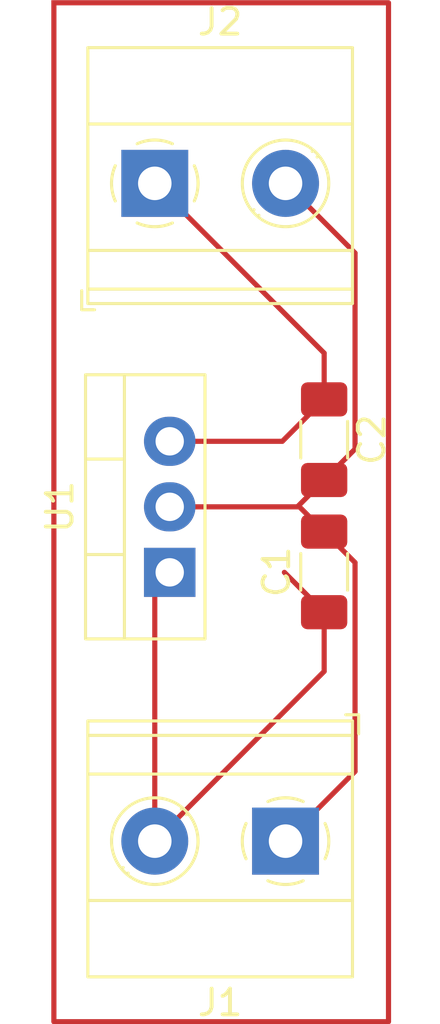
<source format=kicad_pcb>
(kicad_pcb (version 20240108) (generator "pcbnew") (generator_version "8.0")
  (layers (0 "F.Cu" signal) (31 "B.Cu" signal) (34 "B.Paste" user) (35 "F.Paste" user) (36 "B.SilkS" user "B.Silkscreen") (37 "F.SilkS" user "F.Silkscreen") (38 "B.Mask" user) (39 "F.Mask" user) (44 "Edge.Cuts" user))
  (net 0 "")
  (net 1 "GND")
  (net 2 "+5V")
  (net 3 "+7.5V")
  (footprint "TerminalBlock_Phoenix:TerminalBlock_Phoenix_MKDS-1,5-2-5.08_1x02_P5.08mm_Horizontal" (layer "F.Cu") (at 136.5 110.5 180)
    (property "Reference" "J1" (at 2.54 -6.26 0) (layer "F.SilkS"))
    (property "Value" "Screw_Terminal_01x02")
    (fp_line (start 7.68 -5.261) (end 7.68 4.66) (stroke (width 0.12)) (layer "F.SilkS"))
    (fp_line (start 6.355 -1.069) (end 6.308 -1.023) (stroke (width 0.12)) (layer "F.SilkS"))
    (fp_line (start 6.15 -1.275) (end 6.115 -1.239) (stroke (width 0.12)) (layer "F.SilkS"))
    (fp_line (start 4.046 1.239) (end 4.011 1.274) (stroke (width 0.12)) (layer "F.SilkS"))
    (fp_line (start 3.853 1.023) (end 3.806 1.069) (stroke (width 0.12)) (layer "F.SilkS"))
    (fp_line (start -2.6 4.66) (end 7.68 4.66) (stroke (width 0.12)) (layer "F.SilkS"))
    (fp_line (start -2.6 4.1) (end 7.68 4.1) (stroke (width 0.12)) (layer "F.SilkS"))
    (fp_line (start -2.6 2.6) (end 7.68 2.6) (stroke (width 0.12)) (layer "F.SilkS"))
    (fp_line (start -2.6 -2.301) (end 7.68 -2.301) (stroke (width 0.12)) (layer "F.SilkS"))
    (fp_line (start -2.6 -5.261) (end 7.68 -5.261) (stroke (width 0.12)) (layer "F.SilkS"))
    (fp_line (start -2.6 -5.261) (end -2.6 4.66) (stroke (width 0.12)) (layer "F.SilkS"))
    (fp_line (start -2.84 4.9) (end -2.34 4.9) (stroke (width 0.12)) (layer "F.SilkS"))
    (fp_line (start -2.84 4.16) (end -2.84 4.9) (stroke (width 0.12)) (layer "F.SilkS"))
    (fp_arc (start 1.535427 -0.683042) (mid 1.680501 0.000524) (end 1.535 0.684) (stroke (width 0.12)) (layer "F.SilkS"))
    (fp_arc (start 0.683318 1.534756) (mid 0.349292 1.643288) (end 0 1.68) (stroke (width 0.12)) (layer "F.SilkS"))
    (fp_arc (start 0.028805 1.680253) (mid -0.335551 1.646659) (end -0.684 1.535) (stroke (width 0.12)) (layer "F.SilkS"))
    (fp_arc (start -0.683042 -1.535427) (mid 0.000524 -1.680501) (end 0.684 -1.535) (stroke (width 0.12)) (layer "F.SilkS"))
    (fp_arc (start -1.535427 0.683042) (mid -1.680501 -0.000524) (end -1.535 -0.684) (stroke (width 0.12)) (layer "F.SilkS"))
    (fp_circle (center 5.08 0) (end 6.76 0) (stroke (width 0.12)) (fill none) (layer "F.SilkS"))
    (pad "1" thru_hole rect (at 0 0 180) (size 2.6 2.6) (drill 1.3) (layers "*.Cu" "*.Mask") (net 1 "GND"))
    (pad "2" thru_hole circle (at 5.08 0 180) (size 2.6 2.6) (drill 1.3) (layers "*.Cu" "*.Mask") (net 3 "+7.5V"))
  )
  (footprint "Capacitor_SMD:C_1206_3216Metric_Pad1.33x1.80mm_HandSolder" (layer "F.Cu") (at 138 100.0625 90)
    (property "Reference" "C1" (at 0 -1.85 90) (layer "F.SilkS"))
    (property "Value" "0.2uF")
    (fp_line (start -0.711252 -0.91) (end 0.711252 -0.91) (stroke (width 0.12)) (layer "F.SilkS"))
    (fp_line (start -0.711252 0.91) (end 0.711252 0.91) (stroke (width 0.12)) (layer "F.SilkS"))
    (pad "1" smd roundrect (at -1.5625 0 90) (size 1.325 1.8) (layers "F.Cu" "F.Paste" "F.Mask") (roundrect_rratio 0.188679) (net 3 "+7.5V"))
    (pad "2" smd roundrect (at 1.5625 0 90) (size 1.325 1.8) (layers "F.Cu" "F.Paste" "F.Mask") (roundrect_rratio 0.188679) (net 1 "GND"))
  )
  (footprint "Package_TO_SOT_THT:TO-220-3_Vertical" (layer "F.Cu") (at 132 100.08 90)
    (property "Reference" "U1" (at 2.54 -4.27 90) (layer "F.SilkS"))
    (property "Value" "LM7805_TO220")
    (fp_line (start 7.66 -3.27) (end 7.66 1.371) (stroke (width 0.12)) (layer "F.SilkS"))
    (fp_line (start 4.391 -3.27) (end 4.391 -1.76) (stroke (width 0.12)) (layer "F.SilkS"))
    (fp_line (start 0.69 -3.27) (end 0.69 -1.76) (stroke (width 0.12)) (layer "F.SilkS"))
    (fp_line (start -2.58 -3.27) (end 7.66 -3.27) (stroke (width 0.12)) (layer "F.SilkS"))
    (fp_line (start -2.58 -3.27) (end -2.58 1.371) (stroke (width 0.12)) (layer "F.SilkS"))
    (fp_line (start -2.58 -1.76) (end 7.66 -1.76) (stroke (width 0.12)) (layer "F.SilkS"))
    (fp_line (start -2.58 1.371) (end 7.66 1.371) (stroke (width 0.12)) (layer "F.SilkS"))
    (pad "1" thru_hole rect (at 0 0 90) (size 1.905 2) (drill 1.1) (layers "*.Cu" "*.Mask") (net 3 "+7.5V"))
    (pad "2" thru_hole oval (at 2.54 0 90) (size 1.905 2) (drill 1.1) (layers "*.Cu" "*.Mask") (net 1 "GND"))
    (pad "3" thru_hole oval (at 5.08 0 90) (size 1.905 2) (drill 1.1) (layers "*.Cu" "*.Mask") (net 2 "+5V"))
  )
  (footprint "TerminalBlock_Phoenix:TerminalBlock_Phoenix_MKDS-1,5-2-5.08_1x02_P5.08mm_Horizontal" (layer "F.Cu") (at 131.42 85)
    (property "Reference" "J2" (at 2.54 -6.26 0) (layer "F.SilkS"))
    (property "Value" "Screw_Terminal_01x02")
    (fp_line (start -2.84 4.16) (end -2.84 4.9) (stroke (width 0.12)) (layer "F.SilkS"))
    (fp_line (start -2.84 4.9) (end -2.34 4.9) (stroke (width 0.12)) (layer "F.SilkS"))
    (fp_line (start -2.6 -5.261) (end -2.6 4.66) (stroke (width 0.12)) (layer "F.SilkS"))
    (fp_line (start -2.6 -5.261) (end 7.68 -5.261) (stroke (width 0.12)) (layer "F.SilkS"))
    (fp_line (start -2.6 -2.301) (end 7.68 -2.301) (stroke (width 0.12)) (layer "F.SilkS"))
    (fp_line (start -2.6 2.6) (end 7.68 2.6) (stroke (width 0.12)) (layer "F.SilkS"))
    (fp_line (start -2.6 4.1) (end 7.68 4.1) (stroke (width 0.12)) (layer "F.SilkS"))
    (fp_line (start -2.6 4.66) (end 7.68 4.66) (stroke (width 0.12)) (layer "F.SilkS"))
    (fp_line (start 3.853 1.023) (end 3.806 1.069) (stroke (width 0.12)) (layer "F.SilkS"))
    (fp_line (start 4.046 1.239) (end 4.011 1.274) (stroke (width 0.12)) (layer "F.SilkS"))
    (fp_line (start 6.15 -1.275) (end 6.115 -1.239) (stroke (width 0.12)) (layer "F.SilkS"))
    (fp_line (start 6.355 -1.069) (end 6.308 -1.023) (stroke (width 0.12)) (layer "F.SilkS"))
    (fp_line (start 7.68 -5.261) (end 7.68 4.66) (stroke (width 0.12)) (layer "F.SilkS"))
    (fp_arc (start -1.535427 0.683042) (mid -1.680501 -0.000524) (end -1.535 -0.684) (stroke (width 0.12)) (layer "F.SilkS"))
    (fp_arc (start -0.683042 -1.535427) (mid 0.000524 -1.680501) (end 0.684 -1.535) (stroke (width 0.12)) (layer "F.SilkS"))
    (fp_arc (start 0.028805 1.680253) (mid -0.335551 1.646659) (end -0.684 1.535) (stroke (width 0.12)) (layer "F.SilkS"))
    (fp_arc (start 0.683318 1.534756) (mid 0.349292 1.643288) (end 0 1.68) (stroke (width 0.12)) (layer "F.SilkS"))
    (fp_arc (start 1.535427 -0.683042) (mid 1.680501 0.000524) (end 1.535 0.684) (stroke (width 0.12)) (layer "F.SilkS"))
    (fp_circle (center 5.08 0) (end 6.76 0) (stroke (width 0.12)) (fill none) (layer "F.SilkS"))
    (pad "1" thru_hole rect (at 0 0) (size 2.6 2.6) (drill 1.3) (layers "*.Cu" "*.Mask") (net 2 "+5V"))
    (pad "2" thru_hole circle (at 5.08 0) (size 2.6 2.6) (drill 1.3) (layers "*.Cu" "*.Mask") (net 1 "GND"))
  )
  (footprint "Capacitor_SMD:C_1206_3216Metric_Pad1.33x1.80mm_HandSolder" (layer "F.Cu") (at 138 94.9375 -90)
    (property "Reference" "C2" (at 0 -1.85 90) (layer "F.SilkS"))
    (property "Value" "0.1uF")
    (fp_line (start -0.711252 0.91) (end 0.711252 0.91) (stroke (width 0.12)) (layer "F.SilkS"))
    (fp_line (start -0.711252 -0.91) (end 0.711252 -0.91) (stroke (width 0.12)) (layer "F.SilkS"))
    (pad "1" smd roundrect (at -1.5625 0 270) (size 1.325 1.8) (layers "F.Cu" "F.Paste" "F.Mask") (roundrect_rratio 0.188679) (net 2 "+5V"))
    (pad "2" smd roundrect (at 1.5625 0 270) (size 1.325 1.8) (layers "F.Cu" "F.Paste" "F.Mask") (roundrect_rratio 0.188679) (net 1 "GND"))
  )
  (gr_rect (start 127.5 78) (end 140.5 117.5) (stroke (width 0.2)) (fill none) (layer "F.Cu"))
  (segment (start 136.96 97.54) (end 138 96.5) (width 0.2) (layer "F.Cu") (net 1))
  (segment (start 139.2 87.7) (end 136.5 85) (width 0.2) (layer "F.Cu") (net 1))
  (segment (start 136 97.54) (end 137.04 97.54) (width 0.2) (layer "F.Cu") (net 1))
  (segment (start 139.2 95.3) (end 139.2 87.7) (width 0.2) (layer "F.Cu") (net 1))
  (segment (start 139.2 99.7) (end 139.2 107.8) (width 0.2) (layer "F.Cu") (net 1))
  (segment (start 137.04 97.54) (end 138 98.5) (width 0.2) (layer "F.Cu") (net 1))
  (segment (start 138 96.5) (end 139.2 95.3) (width 0.2) (layer "F.Cu") (net 1))
  (segment (start 132 97.54) (end 136 97.54) (width 0.2) (layer "F.Cu") (net 1))
  (segment (start 139.2 107.8) (end 136.5 110.5) (width 0.2) (layer "F.Cu") (net 1))
  (segment (start 138 98.5) (end 139.2 99.7) (width 0.2) (layer "F.Cu") (net 1))
  (segment (start 136 97.54) (end 136.96 97.54) (width 0.2) (layer "F.Cu") (net 1))
  (segment (start 138 91.58) (end 131.42 85) (width 0.2) (layer "F.Cu") (net 2))
  (segment (start 136.375 95) (end 138 93.375) (width 0.2) (layer "F.Cu") (net 2))
  (segment (start 132 95) (end 136.375 95) (width 0.2) (layer "F.Cu") (net 2))
  (segment (start 138 93.375) (end 138 91.58) (width 0.2) (layer "F.Cu") (net 2))
  (segment (start 131.42 110.5) (end 131.42 100.66) (width 0.2) (layer "F.Cu") (net 3))
  (segment (start 138 101.625) (end 138 103.92) (width 0.2) (layer "F.Cu") (net 3))
  (segment (start 131.42 100.66) (end 132 100.08) (width 0.2) (layer "F.Cu") (net 3))
  (segment (start 136.455 100.08) (end 138 101.625) (width 0.2) (layer "F.Cu") (net 3))
  (segment (start 138 103.92) (end 131.42 110.5) (width 0.2) (layer "F.Cu") (net 3))
)
</source>
